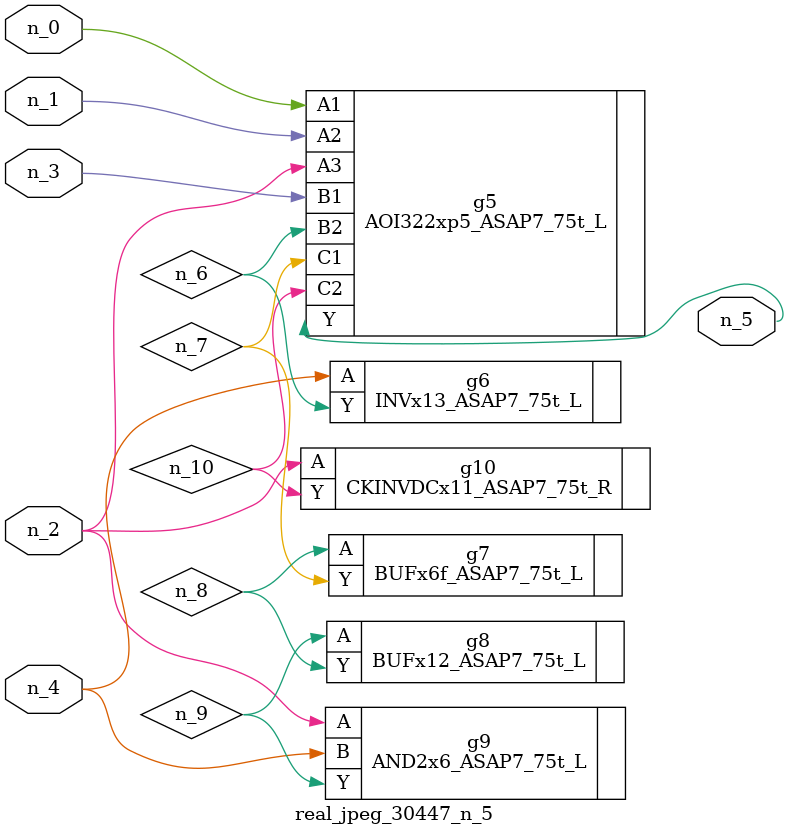
<source format=v>
module real_jpeg_30447_n_5 (n_4, n_0, n_1, n_2, n_3, n_5);

input n_4;
input n_0;
input n_1;
input n_2;
input n_3;

output n_5;

wire n_8;
wire n_6;
wire n_7;
wire n_10;
wire n_9;

AOI322xp5_ASAP7_75t_L g5 ( 
.A1(n_0),
.A2(n_1),
.A3(n_2),
.B1(n_3),
.B2(n_6),
.C1(n_7),
.C2(n_10),
.Y(n_5)
);

AND2x6_ASAP7_75t_L g9 ( 
.A(n_2),
.B(n_4),
.Y(n_9)
);

CKINVDCx11_ASAP7_75t_R g10 ( 
.A(n_2),
.Y(n_10)
);

INVx13_ASAP7_75t_L g6 ( 
.A(n_4),
.Y(n_6)
);

BUFx6f_ASAP7_75t_L g7 ( 
.A(n_8),
.Y(n_7)
);

BUFx12_ASAP7_75t_L g8 ( 
.A(n_9),
.Y(n_8)
);


endmodule
</source>
